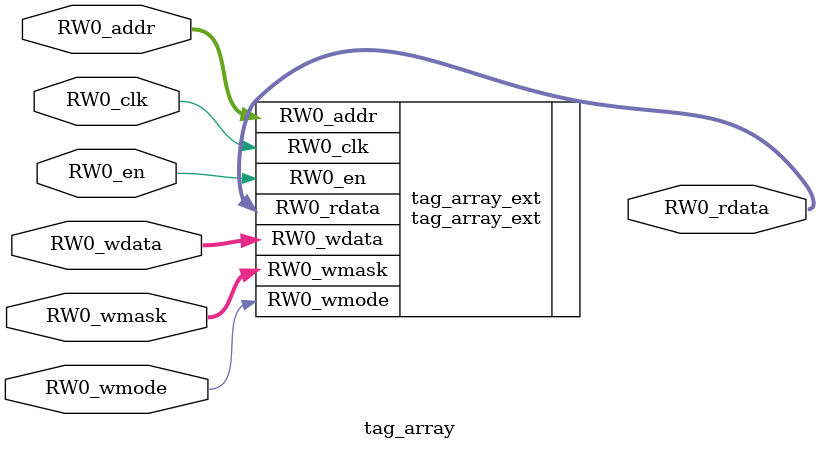
<source format=sv>
`ifndef RANDOMIZE
  `ifdef RANDOMIZE_REG_INIT
    `define RANDOMIZE
  `endif // RANDOMIZE_REG_INIT
`endif // not def RANDOMIZE
`ifndef RANDOMIZE
  `ifdef RANDOMIZE_MEM_INIT
    `define RANDOMIZE
  `endif // RANDOMIZE_MEM_INIT
`endif // not def RANDOMIZE

`ifndef RANDOM
  `define RANDOM $random
`endif // not def RANDOM

// Users can define 'PRINTF_COND' to add an extra gate to prints.
`ifndef PRINTF_COND_
  `ifdef PRINTF_COND
    `define PRINTF_COND_ (`PRINTF_COND)
  `else  // PRINTF_COND
    `define PRINTF_COND_ 1
  `endif // PRINTF_COND
`endif // not def PRINTF_COND_

// Users can define 'ASSERT_VERBOSE_COND' to add an extra gate to assert error printing.
`ifndef ASSERT_VERBOSE_COND_
  `ifdef ASSERT_VERBOSE_COND
    `define ASSERT_VERBOSE_COND_ (`ASSERT_VERBOSE_COND)
  `else  // ASSERT_VERBOSE_COND
    `define ASSERT_VERBOSE_COND_ 1
  `endif // ASSERT_VERBOSE_COND
`endif // not def ASSERT_VERBOSE_COND_

// Users can define 'STOP_COND' to add an extra gate to stop conditions.
`ifndef STOP_COND_
  `ifdef STOP_COND
    `define STOP_COND_ (`STOP_COND)
  `else  // STOP_COND
    `define STOP_COND_ 1
  `endif // STOP_COND
`endif // not def STOP_COND_

// Users can define INIT_RANDOM as general code that gets injected into the
// initializer block for modules with registers.
`ifndef INIT_RANDOM
  `define INIT_RANDOM
`endif // not def INIT_RANDOM

// If using random initialization, you can also define RANDOMIZE_DELAY to
// customize the delay used, otherwise 0.002 is used.
`ifndef RANDOMIZE_DELAY
  `define RANDOMIZE_DELAY 0.002
`endif // not def RANDOMIZE_DELAY

// Define INIT_RANDOM_PROLOG_ for use in our modules below.
`ifndef INIT_RANDOM_PROLOG_
  `ifdef RANDOMIZE
    `ifdef VERILATOR
      `define INIT_RANDOM_PROLOG_ `INIT_RANDOM
    `else  // VERILATOR
      `define INIT_RANDOM_PROLOG_ `INIT_RANDOM #`RANDOMIZE_DELAY begin end
    `endif // VERILATOR
  `else  // RANDOMIZE
    `define INIT_RANDOM_PROLOG_
  `endif // RANDOMIZE
`endif // not def INIT_RANDOM_PROLOG_

module tag_array(	// @[DescribedSRAM.scala:17:26]
  input  [5:0]  RW0_addr,
  input         RW0_en,
                RW0_clk,
                RW0_wmode,
  input  [87:0] RW0_wdata,
  input  [3:0]  RW0_wmask,
  output [87:0] RW0_rdata
);

  tag_array_ext tag_array_ext (	// @[DescribedSRAM.scala:17:26]
    .RW0_addr  (RW0_addr),
    .RW0_en    (RW0_en),
    .RW0_clk   (RW0_clk),
    .RW0_wmode (RW0_wmode),
    .RW0_wdata (RW0_wdata),
    .RW0_wmask (RW0_wmask),
    .RW0_rdata (RW0_rdata)
  );
endmodule


</source>
